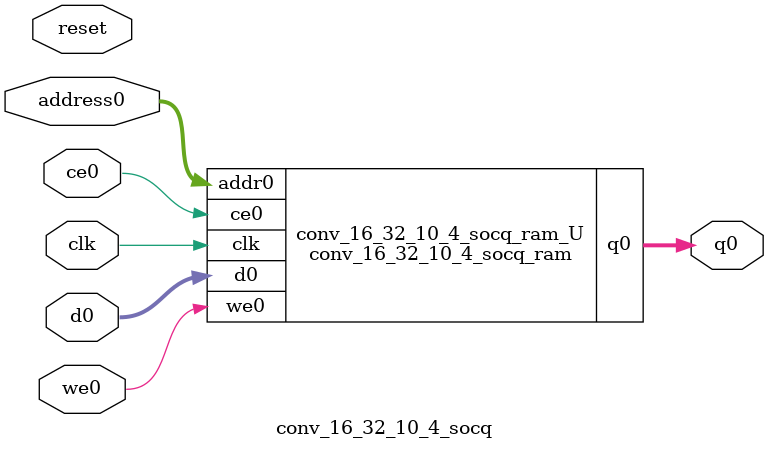
<source format=v>
`timescale 1 ns / 1 ps
module conv_16_32_10_4_socq_ram (addr0, ce0, d0, we0, q0,  clk);

parameter DWIDTH = 16;
parameter AWIDTH = 4;
parameter MEM_SIZE = 10;

input[AWIDTH-1:0] addr0;
input ce0;
input[DWIDTH-1:0] d0;
input we0;
output reg[DWIDTH-1:0] q0;
input clk;

(* ram_style = "distributed" *)reg [DWIDTH-1:0] ram[0:MEM_SIZE-1];




always @(posedge clk)  
begin 
    if (ce0) begin
        if (we0) 
            ram[addr0] <= d0; 
        q0 <= ram[addr0];
    end
end


endmodule

`timescale 1 ns / 1 ps
module conv_16_32_10_4_socq(
    reset,
    clk,
    address0,
    ce0,
    we0,
    d0,
    q0);

parameter DataWidth = 32'd16;
parameter AddressRange = 32'd10;
parameter AddressWidth = 32'd4;
input reset;
input clk;
input[AddressWidth - 1:0] address0;
input ce0;
input we0;
input[DataWidth - 1:0] d0;
output[DataWidth - 1:0] q0;



conv_16_32_10_4_socq_ram conv_16_32_10_4_socq_ram_U(
    .clk( clk ),
    .addr0( address0 ),
    .ce0( ce0 ),
    .we0( we0 ),
    .d0( d0 ),
    .q0( q0 ));

endmodule


</source>
